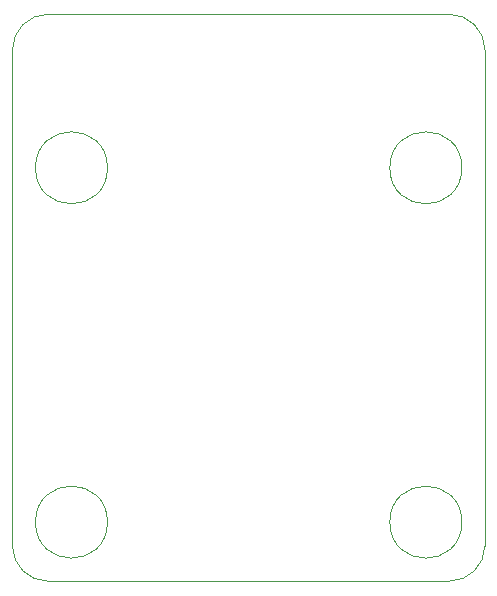
<source format=gbr>
G04 #@! TF.GenerationSoftware,KiCad,Pcbnew,(5.1.9-0-10_14)*
G04 #@! TF.CreationDate,2021-04-12T02:32:52-07:00*
G04 #@! TF.ProjectId,LED_array,4c45445f-6172-4726-9179-2e6b69636164,rev?*
G04 #@! TF.SameCoordinates,Original*
G04 #@! TF.FileFunction,Profile,NP*
%FSLAX46Y46*%
G04 Gerber Fmt 4.6, Leading zero omitted, Abs format (unit mm)*
G04 Created by KiCad (PCBNEW (5.1.9-0-10_14)) date 2021-04-12 02:32:52*
%MOMM*%
%LPD*%
G01*
G04 APERTURE LIST*
G04 #@! TA.AperFunction,Profile*
%ADD10C,0.100000*%
G04 #@! TD*
G04 APERTURE END LIST*
D10*
X43000000Y-70000000D02*
G75*
G02*
X40000000Y-67000000I0J3000000D01*
G01*
X77000000Y-22000000D02*
G75*
G02*
X80000000Y-25000000I0J-3000000D01*
G01*
X80000000Y-67000000D02*
G75*
G02*
X77000000Y-70000000I-3000000J0D01*
G01*
X40000000Y-25000000D02*
G75*
G02*
X43000000Y-22000000I3000000J0D01*
G01*
X48050000Y-35000000D02*
G75*
G03*
X48050000Y-35000000I-3050000J0D01*
G01*
X78050000Y-65000000D02*
G75*
G03*
X78050000Y-65000000I-3050000J0D01*
G01*
X48050000Y-65000000D02*
G75*
G03*
X48050000Y-65000000I-3050000J0D01*
G01*
X78050000Y-35000000D02*
G75*
G03*
X78050000Y-35000000I-3050000J0D01*
G01*
X40000000Y-25000000D02*
X40000000Y-67000000D01*
X77000000Y-70000000D02*
X43000000Y-70000000D01*
X80000000Y-25000000D02*
X80000000Y-67000000D01*
X43000000Y-22000000D02*
X77000000Y-22000000D01*
M02*

</source>
